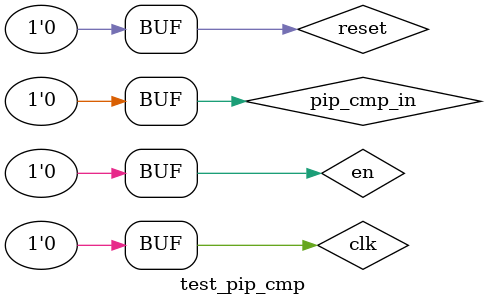
<source format=v>
`timescale 1ns / 1ps


module test_pip_cmp;

	// Inputs
	reg pip_cmp_in;
	reg reset;
	reg clk;
	reg en;

	// Outputs
	wire pip_cmp_out;

	// Instantiate the Unit Under Test (UUT)
	pip_cmp uut (
		.pip_cmp_in(pip_cmp_in), 
		.reset(reset), 
		.clk(clk), 
		.en(en), 
		.pip_cmp_out(pip_cmp_out)
	);

	initial begin
		// Initialize Inputs
		pip_cmp_in = 0;
		reset = 0;
		clk = 0;
		en = 0;

		// Wait 100 ns for global reset to finish
		#100;
        
		// Add stimulus here

	end
      
endmodule


</source>
